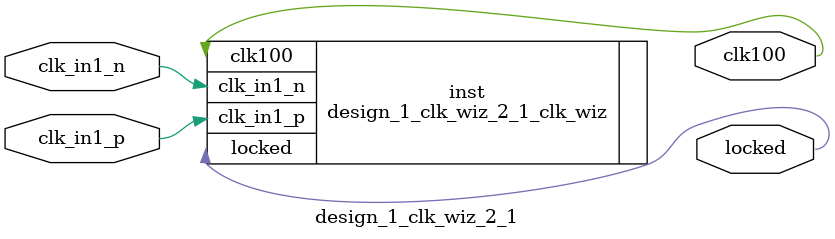
<source format=v>


`timescale 1ps/1ps

(* CORE_GENERATION_INFO = "design_1_clk_wiz_2_1,clk_wiz_v6_0_5_0_0,{component_name=design_1_clk_wiz_2_1,use_phase_alignment=false,use_min_o_jitter=false,use_max_i_jitter=false,use_dyn_phase_shift=false,use_inclk_switchover=false,use_dyn_reconfig=false,enable_axi=0,feedback_source=FDBK_AUTO,PRIMITIVE=MMCM,num_out_clk=1,clkin1_period=8.000,clkin2_period=10.000,use_power_down=false,use_reset=false,use_locked=true,use_inclk_stopped=false,feedback_type=SINGLE,CLOCK_MGR_TYPE=NA,manual_override=false}" *)

module design_1_clk_wiz_2_1 
 (
  // Clock out ports
  output        clk100,
  // Status and control signals
  output        locked,
 // Clock in ports
  input         clk_in1_p,
  input         clk_in1_n
 );

  design_1_clk_wiz_2_1_clk_wiz inst
  (
  // Clock out ports  
  .clk100(clk100),
  // Status and control signals               
  .locked(locked),
 // Clock in ports
  .clk_in1_p(clk_in1_p),
  .clk_in1_n(clk_in1_n)
  );

endmodule

</source>
